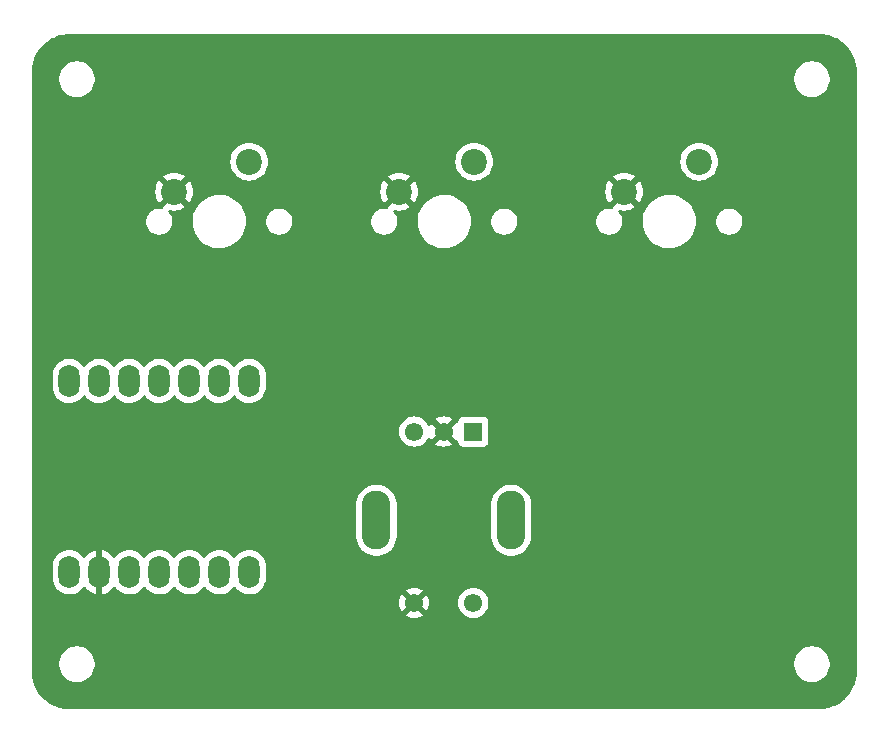
<source format=gbr>
%TF.GenerationSoftware,KiCad,Pcbnew,7.0.7*%
%TF.CreationDate,2023-09-16T11:16:50-05:00*%
%TF.ProjectId,giga_pad,67696761-5f70-4616-942e-6b696361645f,rev?*%
%TF.SameCoordinates,Original*%
%TF.FileFunction,Copper,L1,Top*%
%TF.FilePolarity,Positive*%
%FSLAX46Y46*%
G04 Gerber Fmt 4.6, Leading zero omitted, Abs format (unit mm)*
G04 Created by KiCad (PCBNEW 7.0.7) date 2023-09-16 11:16:50*
%MOMM*%
%LPD*%
G01*
G04 APERTURE LIST*
G04 Aperture macros list*
%AMRoundRect*
0 Rectangle with rounded corners*
0 $1 Rounding radius*
0 $2 $3 $4 $5 $6 $7 $8 $9 X,Y pos of 4 corners*
0 Add a 4 corners polygon primitive as box body*
4,1,4,$2,$3,$4,$5,$6,$7,$8,$9,$2,$3,0*
0 Add four circle primitives for the rounded corners*
1,1,$1+$1,$2,$3*
1,1,$1+$1,$4,$5*
1,1,$1+$1,$6,$7*
1,1,$1+$1,$8,$9*
0 Add four rect primitives between the rounded corners*
20,1,$1+$1,$2,$3,$4,$5,0*
20,1,$1+$1,$4,$5,$6,$7,0*
20,1,$1+$1,$6,$7,$8,$9,0*
20,1,$1+$1,$8,$9,$2,$3,0*%
G04 Aperture macros list end*
%TA.AperFunction,ComponentPad*%
%ADD10C,2.200000*%
%TD*%
%TA.AperFunction,ComponentPad*%
%ADD11C,1.550000*%
%TD*%
%TA.AperFunction,ComponentPad*%
%ADD12RoundRect,1.200000X0.000000X1.300000X0.000000X1.300000X0.000000X-1.300000X0.000000X-1.300000X0*%
%TD*%
%TA.AperFunction,ComponentPad*%
%ADD13R,1.550000X1.550000*%
%TD*%
%TA.AperFunction,ComponentPad*%
%ADD14O,1.800000X2.750000*%
%TD*%
G04 APERTURE END LIST*
D10*
%TO.P,SW2,1,1*%
%TO.N,SW_2*%
X124460000Y-47625000D03*
%TO.P,SW2,2,2*%
%TO.N,GND*%
X118110000Y-50165000D03*
%TD*%
%TO.P,SW3,1,1*%
%TO.N,SW_3*%
X105410000Y-47625000D03*
%TO.P,SW3,2,2*%
%TO.N,GND*%
X99060000Y-50165000D03*
%TD*%
%TO.P,SW4,1,1*%
%TO.N,SW_4*%
X86360000Y-47625000D03*
%TO.P,SW4,2,2*%
%TO.N,GND*%
X80010000Y-50165000D03*
%TD*%
D11*
%TO.P,SW1,1,1*%
%TO.N,ROT_SW*%
X105330000Y-84985000D03*
%TO.P,SW1,2,2*%
%TO.N,GND*%
X100330000Y-84985000D03*
D12*
%TO.P,SW1,3*%
%TO.N,N/C*%
X108530000Y-77985000D03*
%TO.P,SW1,4*%
X97130000Y-77985000D03*
D13*
%TO.P,SW1,A,A*%
%TO.N,ROT_A*%
X105330000Y-70485000D03*
D11*
%TO.P,SW1,B,B*%
%TO.N,ROT_B*%
X100330000Y-70485000D03*
%TO.P,SW1,C,C*%
%TO.N,GND*%
X102830000Y-70485000D03*
%TD*%
D14*
%TO.P,U1,1,PA02_A0_D0*%
%TO.N,ROT_SW*%
X71120000Y-66200000D03*
%TO.P,U1,2,PA4_A1_D1*%
%TO.N,ROT_A*%
X73660000Y-66200000D03*
%TO.P,U1,3,PA10_A2_D2*%
%TO.N,ROT_B*%
X76200000Y-66200000D03*
%TO.P,U1,4,PA11_A3_D3*%
%TO.N,SW_2*%
X78740000Y-66200000D03*
%TO.P,U1,5,PA8_A4_D4_SDA*%
%TO.N,SW_3*%
X81280000Y-66200000D03*
%TO.P,U1,6,PA9_A5_D5_SCL*%
%TO.N,SW_4*%
X83820000Y-66200000D03*
%TO.P,U1,7,PB08_A6_D6_TX*%
%TO.N,unconnected-(U1-PB08_A6_D6_TX-Pad7)*%
X86360000Y-66200000D03*
%TO.P,U1,8,PB09_A7_D7_RX*%
%TO.N,unconnected-(U1-PB09_A7_D7_RX-Pad8)*%
X86360000Y-82390000D03*
%TO.P,U1,9,PA7_A8_D8_SCK*%
%TO.N,unconnected-(U1-PA7_A8_D8_SCK-Pad9)*%
X83820000Y-82390000D03*
%TO.P,U1,10,PA5_A9_D9_MISO*%
%TO.N,unconnected-(U1-PA5_A9_D9_MISO-Pad10)*%
X81280000Y-82390000D03*
%TO.P,U1,11,PA6_A10_D10_MOSI*%
%TO.N,unconnected-(U1-PA6_A10_D10_MOSI-Pad11)*%
X78740000Y-82390000D03*
%TO.P,U1,12,3V3*%
%TO.N,unconnected-(U1-3V3-Pad12)*%
X76200000Y-82390000D03*
%TO.P,U1,13,GND*%
%TO.N,GND*%
X73660000Y-82390000D03*
%TO.P,U1,14,5V*%
%TO.N,unconnected-(U1-5V-Pad14)*%
X71120000Y-82390000D03*
%TD*%
%TA.AperFunction,Conductor*%
%TO.N,GND*%
G36*
X134621620Y-36830584D02*
G01*
X134753351Y-36837488D01*
X134956006Y-36848869D01*
X134962186Y-36849530D01*
X135064042Y-36865663D01*
X135120727Y-36874642D01*
X135253232Y-36897154D01*
X135295876Y-36904400D01*
X135301525Y-36905633D01*
X135461701Y-36948552D01*
X135627734Y-36996386D01*
X135632742Y-36998065D01*
X135788940Y-37058024D01*
X135789689Y-37058312D01*
X135947619Y-37123729D01*
X135952042Y-37125768D01*
X136102931Y-37202649D01*
X136251880Y-37284970D01*
X136255627Y-37287219D01*
X136398351Y-37379905D01*
X136536852Y-37478177D01*
X136539977Y-37480548D01*
X136671463Y-37587024D01*
X136673759Y-37588977D01*
X136799267Y-37701137D01*
X136801795Y-37703527D01*
X136921471Y-37823203D01*
X136923861Y-37825731D01*
X137036021Y-37951239D01*
X137037974Y-37953535D01*
X137144450Y-38085021D01*
X137146829Y-38088157D01*
X137146833Y-38088163D01*
X137245096Y-38226651D01*
X137275277Y-38273125D01*
X137337768Y-38369352D01*
X137340035Y-38373130D01*
X137422349Y-38522066D01*
X137499231Y-38672956D01*
X137501269Y-38677378D01*
X137566687Y-38835310D01*
X137626925Y-38992234D01*
X137628621Y-38997292D01*
X137676456Y-39163334D01*
X137719362Y-39323462D01*
X137720599Y-39329126D01*
X137750357Y-39504272D01*
X137775464Y-39662783D01*
X137776130Y-39669010D01*
X137787517Y-39871758D01*
X137794415Y-40003377D01*
X137794500Y-40006623D01*
X137794500Y-90803376D01*
X137794415Y-90806622D01*
X137787517Y-90938241D01*
X137776130Y-91140988D01*
X137775464Y-91147215D01*
X137750357Y-91305727D01*
X137720599Y-91480872D01*
X137719362Y-91486536D01*
X137676456Y-91646665D01*
X137628620Y-91812706D01*
X137626925Y-91817763D01*
X137566687Y-91974689D01*
X137501269Y-92132620D01*
X137499231Y-92137041D01*
X137422349Y-92287933D01*
X137340035Y-92436868D01*
X137337768Y-92440646D01*
X137245099Y-92583344D01*
X137146833Y-92721836D01*
X137144450Y-92724977D01*
X137037974Y-92856463D01*
X137036021Y-92858759D01*
X136923861Y-92984267D01*
X136921471Y-92986795D01*
X136801795Y-93106471D01*
X136799267Y-93108861D01*
X136673759Y-93221021D01*
X136671463Y-93222974D01*
X136539977Y-93329450D01*
X136536836Y-93331833D01*
X136398344Y-93430099D01*
X136255646Y-93522768D01*
X136251868Y-93525035D01*
X136102933Y-93607349D01*
X135952041Y-93684231D01*
X135947620Y-93686269D01*
X135789689Y-93751687D01*
X135632763Y-93811925D01*
X135627706Y-93813620D01*
X135461665Y-93861456D01*
X135301536Y-93904362D01*
X135295872Y-93905599D01*
X135120727Y-93935357D01*
X134962215Y-93960464D01*
X134955988Y-93961130D01*
X134753242Y-93972517D01*
X134651979Y-93977824D01*
X134621620Y-93979415D01*
X134618377Y-93979500D01*
X71121623Y-93979500D01*
X71118379Y-93979415D01*
X71088020Y-93977824D01*
X70986758Y-93972517D01*
X70784010Y-93961130D01*
X70777783Y-93960464D01*
X70619272Y-93935357D01*
X70444126Y-93905599D01*
X70438462Y-93904362D01*
X70278334Y-93861456D01*
X70112292Y-93813621D01*
X70107234Y-93811925D01*
X69950310Y-93751687D01*
X69792378Y-93686269D01*
X69787956Y-93684231D01*
X69637066Y-93607349D01*
X69488130Y-93525035D01*
X69484352Y-93522768D01*
X69341651Y-93430096D01*
X69203162Y-93331833D01*
X69200021Y-93329450D01*
X69068535Y-93222974D01*
X69066239Y-93221021D01*
X68940731Y-93108861D01*
X68938203Y-93106471D01*
X68818527Y-92986795D01*
X68816137Y-92984267D01*
X68703977Y-92858759D01*
X68702024Y-92856463D01*
X68595548Y-92724977D01*
X68593177Y-92721852D01*
X68494905Y-92583351D01*
X68402219Y-92440627D01*
X68399970Y-92436880D01*
X68317649Y-92287931D01*
X68240768Y-92137042D01*
X68238729Y-92132619D01*
X68173312Y-91974689D01*
X68161746Y-91944559D01*
X68113065Y-91817742D01*
X68111386Y-91812734D01*
X68063552Y-91646701D01*
X68020633Y-91486525D01*
X68019399Y-91480871D01*
X67989642Y-91305727D01*
X67971271Y-91189744D01*
X67964530Y-91147186D01*
X67963869Y-91141006D01*
X67952488Y-90938351D01*
X67945584Y-90806620D01*
X67945500Y-90803378D01*
X67945500Y-90294334D01*
X70254500Y-90294334D01*
X70295429Y-90539616D01*
X70376169Y-90774802D01*
X70376172Y-90774811D01*
X70494524Y-90993506D01*
X70494526Y-90993509D01*
X70647262Y-91189744D01*
X70773253Y-91305727D01*
X70830217Y-91358166D01*
X71038393Y-91494173D01*
X71266118Y-91594063D01*
X71507175Y-91655107D01*
X71507179Y-91655108D01*
X71507181Y-91655108D01*
X71507186Y-91655109D01*
X71640376Y-91666145D01*
X71692933Y-91670500D01*
X71692935Y-91670500D01*
X71817065Y-91670500D01*
X71817067Y-91670500D01*
X71878284Y-91665427D01*
X72002813Y-91655109D01*
X72002816Y-91655108D01*
X72002821Y-91655108D01*
X72243881Y-91594063D01*
X72471607Y-91494173D01*
X72679785Y-91358164D01*
X72862738Y-91189744D01*
X73015474Y-90993509D01*
X73133828Y-90774810D01*
X73214571Y-90539614D01*
X73255500Y-90294335D01*
X73255500Y-90294334D01*
X132484500Y-90294334D01*
X132525429Y-90539616D01*
X132606169Y-90774802D01*
X132606172Y-90774811D01*
X132724524Y-90993506D01*
X132724526Y-90993509D01*
X132877262Y-91189744D01*
X133003253Y-91305727D01*
X133060217Y-91358166D01*
X133268393Y-91494173D01*
X133496118Y-91594063D01*
X133737175Y-91655107D01*
X133737179Y-91655108D01*
X133737181Y-91655108D01*
X133737186Y-91655109D01*
X133870376Y-91666145D01*
X133922933Y-91670500D01*
X133922935Y-91670500D01*
X134047065Y-91670500D01*
X134047067Y-91670500D01*
X134108284Y-91665427D01*
X134232813Y-91655109D01*
X134232816Y-91655108D01*
X134232821Y-91655108D01*
X134473881Y-91594063D01*
X134701607Y-91494173D01*
X134909785Y-91358164D01*
X135092738Y-91189744D01*
X135245474Y-90993509D01*
X135363828Y-90774810D01*
X135444571Y-90539614D01*
X135485500Y-90294335D01*
X135485500Y-90045665D01*
X135444571Y-89800386D01*
X135363828Y-89565190D01*
X135245474Y-89346491D01*
X135092738Y-89150256D01*
X134909785Y-88981836D01*
X134909782Y-88981833D01*
X134701606Y-88845826D01*
X134473881Y-88745936D01*
X134232824Y-88684892D01*
X134232813Y-88684890D01*
X134067548Y-88671197D01*
X134047067Y-88669500D01*
X133922933Y-88669500D01*
X133903521Y-88671108D01*
X133737186Y-88684890D01*
X133737175Y-88684892D01*
X133496118Y-88745936D01*
X133268393Y-88845826D01*
X133060217Y-88981833D01*
X132877261Y-89150257D01*
X132724524Y-89346493D01*
X132606172Y-89565188D01*
X132606169Y-89565197D01*
X132525429Y-89800383D01*
X132484500Y-90045665D01*
X132484500Y-90294334D01*
X73255500Y-90294334D01*
X73255500Y-90045665D01*
X73214571Y-89800386D01*
X73133828Y-89565190D01*
X73015474Y-89346491D01*
X72862738Y-89150256D01*
X72679785Y-88981836D01*
X72679782Y-88981833D01*
X72471606Y-88845826D01*
X72243881Y-88745936D01*
X72002824Y-88684892D01*
X72002813Y-88684890D01*
X71837548Y-88671197D01*
X71817067Y-88669500D01*
X71692933Y-88669500D01*
X71673521Y-88671108D01*
X71507186Y-88684890D01*
X71507175Y-88684892D01*
X71266118Y-88745936D01*
X71038393Y-88845826D01*
X70830217Y-88981833D01*
X70647261Y-89150257D01*
X70494524Y-89346493D01*
X70376172Y-89565188D01*
X70376169Y-89565197D01*
X70295429Y-89800383D01*
X70254500Y-90045665D01*
X70254500Y-90294334D01*
X67945500Y-90294334D01*
X67945500Y-84985001D01*
X99050130Y-84985001D01*
X99069573Y-85207241D01*
X99069574Y-85207248D01*
X99127314Y-85422736D01*
X99127318Y-85422747D01*
X99221600Y-85624935D01*
X99221601Y-85624937D01*
X99268923Y-85692521D01*
X99268924Y-85692522D01*
X99721050Y-85240395D01*
X99782373Y-85206910D01*
X99852064Y-85211894D01*
X99907998Y-85253765D01*
X99913039Y-85261025D01*
X99913048Y-85261039D01*
X99948239Y-85315798D01*
X100063602Y-85415759D01*
X100061293Y-85418422D01*
X100096006Y-85458499D01*
X100105935Y-85527660D01*
X100076898Y-85591210D01*
X100070882Y-85597669D01*
X99622476Y-86046074D01*
X99622477Y-86046075D01*
X99690062Y-86093398D01*
X99690064Y-86093399D01*
X99892252Y-86187681D01*
X99892263Y-86187685D01*
X100107751Y-86245425D01*
X100107758Y-86245426D01*
X100329998Y-86264870D01*
X100330002Y-86264870D01*
X100552241Y-86245426D01*
X100552248Y-86245425D01*
X100767736Y-86187685D01*
X100767747Y-86187681D01*
X100969931Y-86093401D01*
X100969933Y-86093400D01*
X101037522Y-86046074D01*
X100589116Y-85597669D01*
X100555631Y-85536346D01*
X100560615Y-85466655D01*
X100597640Y-85417193D01*
X100596398Y-85415759D01*
X100603100Y-85409952D01*
X100711761Y-85315798D01*
X100746954Y-85261037D01*
X100799755Y-85215283D01*
X100868914Y-85205339D01*
X100932470Y-85234363D01*
X100938949Y-85240396D01*
X101391074Y-85692522D01*
X101438400Y-85624933D01*
X101438401Y-85624931D01*
X101532681Y-85422747D01*
X101532685Y-85422736D01*
X101590425Y-85207248D01*
X101590426Y-85207241D01*
X101609870Y-84985001D01*
X101609870Y-84985000D01*
X104049628Y-84985000D01*
X104069079Y-85207329D01*
X104069081Y-85207339D01*
X104126841Y-85422905D01*
X104126843Y-85422909D01*
X104126844Y-85422913D01*
X104221165Y-85625186D01*
X104349178Y-85808007D01*
X104506993Y-85965822D01*
X104689814Y-86093835D01*
X104892087Y-86188156D01*
X105107666Y-86245920D01*
X105285533Y-86261481D01*
X105329999Y-86265372D01*
X105330000Y-86265372D01*
X105330001Y-86265372D01*
X105367055Y-86262130D01*
X105552334Y-86245920D01*
X105767913Y-86188156D01*
X105970186Y-86093835D01*
X106153007Y-85965822D01*
X106310822Y-85808007D01*
X106438835Y-85625186D01*
X106533156Y-85422913D01*
X106590920Y-85207334D01*
X106610372Y-84985000D01*
X106590920Y-84762666D01*
X106533156Y-84547087D01*
X106438835Y-84344814D01*
X106310822Y-84161993D01*
X106153007Y-84004178D01*
X105970186Y-83876165D01*
X105767913Y-83781844D01*
X105767909Y-83781843D01*
X105767905Y-83781841D01*
X105552339Y-83724081D01*
X105552329Y-83724079D01*
X105330001Y-83704628D01*
X105329999Y-83704628D01*
X105107670Y-83724079D01*
X105107660Y-83724081D01*
X104892094Y-83781841D01*
X104892087Y-83781843D01*
X104892087Y-83781844D01*
X104689814Y-83876165D01*
X104506993Y-84004178D01*
X104506991Y-84004179D01*
X104506988Y-84004182D01*
X104349182Y-84161988D01*
X104349179Y-84161991D01*
X104349178Y-84161993D01*
X104281127Y-84259180D01*
X104221165Y-84344814D01*
X104126845Y-84547085D01*
X104126841Y-84547094D01*
X104069081Y-84762660D01*
X104069079Y-84762670D01*
X104049628Y-84984999D01*
X104049628Y-84985000D01*
X101609870Y-84985000D01*
X101609870Y-84984998D01*
X101590426Y-84762758D01*
X101590425Y-84762751D01*
X101532685Y-84547263D01*
X101532681Y-84547252D01*
X101438399Y-84345064D01*
X101438398Y-84345062D01*
X101391075Y-84277477D01*
X101391074Y-84277476D01*
X100938949Y-84729602D01*
X100877626Y-84763087D01*
X100807934Y-84758103D01*
X100752001Y-84716231D01*
X100746953Y-84708961D01*
X100711761Y-84654202D01*
X100596398Y-84554241D01*
X100598708Y-84551574D01*
X100564005Y-84511528D01*
X100554058Y-84442370D01*
X100583080Y-84378813D01*
X100589116Y-84372330D01*
X101037522Y-83923924D01*
X101037521Y-83923923D01*
X100969937Y-83876601D01*
X100969935Y-83876600D01*
X100767747Y-83782318D01*
X100767736Y-83782314D01*
X100552248Y-83724574D01*
X100552241Y-83724573D01*
X100330002Y-83705130D01*
X100329998Y-83705130D01*
X100107758Y-83724573D01*
X100107751Y-83724574D01*
X99892263Y-83782314D01*
X99892252Y-83782318D01*
X99690066Y-83876598D01*
X99622477Y-83923924D01*
X100070883Y-84372330D01*
X100104368Y-84433653D01*
X100099384Y-84503345D01*
X100062357Y-84552805D01*
X100063602Y-84554241D01*
X99948238Y-84654202D01*
X99913046Y-84708962D01*
X99860242Y-84754717D01*
X99791083Y-84764660D01*
X99727528Y-84735634D01*
X99721050Y-84729603D01*
X99268924Y-84277477D01*
X99221598Y-84345066D01*
X99127318Y-84547252D01*
X99127314Y-84547263D01*
X99069574Y-84762751D01*
X99069573Y-84762758D01*
X99050130Y-84984998D01*
X99050130Y-84985001D01*
X67945500Y-84985001D01*
X67945500Y-82924502D01*
X69719500Y-82924502D01*
X69734652Y-83102536D01*
X69794724Y-83333248D01*
X69892919Y-83550480D01*
X69892924Y-83550488D01*
X70026413Y-83747993D01*
X70026418Y-83747998D01*
X70026421Y-83748003D01*
X70191379Y-83920118D01*
X70383053Y-84061879D01*
X70595926Y-84169207D01*
X70823877Y-84239016D01*
X71060346Y-84269298D01*
X71298532Y-84259180D01*
X71531581Y-84208954D01*
X71752790Y-84120064D01*
X71955795Y-83995069D01*
X72134755Y-83837564D01*
X72284523Y-83652080D01*
X72284798Y-83651586D01*
X72284971Y-83651416D01*
X72287472Y-83647717D01*
X72288224Y-83648225D01*
X72334672Y-83602656D01*
X72403084Y-83588456D01*
X72468312Y-83613497D01*
X72495793Y-83642612D01*
X72566815Y-83747692D01*
X72731706Y-83919736D01*
X72923316Y-84061450D01*
X73136115Y-84168741D01*
X73363987Y-84238526D01*
X73363985Y-84238526D01*
X73410000Y-84244418D01*
X73410000Y-82527301D01*
X73429685Y-82460262D01*
X73482489Y-82414507D01*
X73551647Y-82404563D01*
X73624237Y-82415000D01*
X73624238Y-82415000D01*
X73695762Y-82415000D01*
X73695763Y-82415000D01*
X73768353Y-82404563D01*
X73837512Y-82414507D01*
X73890315Y-82460262D01*
X73910000Y-82527301D01*
X73910000Y-84243264D01*
X74071434Y-84208473D01*
X74292562Y-84119616D01*
X74495494Y-83994666D01*
X74674389Y-83837219D01*
X74674396Y-83837213D01*
X74824102Y-83651805D01*
X74824104Y-83651803D01*
X74824210Y-83651614D01*
X74824275Y-83651549D01*
X74827056Y-83647436D01*
X74827892Y-83648001D01*
X74874084Y-83602682D01*
X74942495Y-83588481D01*
X75007724Y-83613520D01*
X75035206Y-83642638D01*
X75106413Y-83747992D01*
X75106414Y-83747993D01*
X75106421Y-83748003D01*
X75271379Y-83920118D01*
X75463053Y-84061879D01*
X75675926Y-84169207D01*
X75903877Y-84239016D01*
X76140346Y-84269298D01*
X76378532Y-84259180D01*
X76611581Y-84208954D01*
X76832790Y-84120064D01*
X77035795Y-83995069D01*
X77214755Y-83837564D01*
X77364523Y-83652080D01*
X77364529Y-83652070D01*
X77367472Y-83647717D01*
X77368357Y-83648315D01*
X77414401Y-83603144D01*
X77482813Y-83588945D01*
X77548041Y-83613987D01*
X77575520Y-83643102D01*
X77646413Y-83747993D01*
X77646418Y-83747998D01*
X77646421Y-83748003D01*
X77811379Y-83920118D01*
X78003053Y-84061879D01*
X78215926Y-84169207D01*
X78443877Y-84239016D01*
X78680346Y-84269298D01*
X78918532Y-84259180D01*
X79151581Y-84208954D01*
X79372790Y-84120064D01*
X79575795Y-83995069D01*
X79754755Y-83837564D01*
X79904523Y-83652080D01*
X79904529Y-83652070D01*
X79907472Y-83647717D01*
X79908357Y-83648315D01*
X79954401Y-83603144D01*
X80022813Y-83588945D01*
X80088041Y-83613987D01*
X80115520Y-83643102D01*
X80186413Y-83747993D01*
X80186418Y-83747998D01*
X80186421Y-83748003D01*
X80351379Y-83920118D01*
X80543053Y-84061879D01*
X80755926Y-84169207D01*
X80983877Y-84239016D01*
X81220346Y-84269298D01*
X81458532Y-84259180D01*
X81691581Y-84208954D01*
X81912790Y-84120064D01*
X82115795Y-83995069D01*
X82294755Y-83837564D01*
X82444523Y-83652080D01*
X82444529Y-83652070D01*
X82447472Y-83647717D01*
X82448357Y-83648315D01*
X82494401Y-83603144D01*
X82562813Y-83588945D01*
X82628041Y-83613987D01*
X82655520Y-83643102D01*
X82726413Y-83747993D01*
X82726418Y-83747998D01*
X82726421Y-83748003D01*
X82891379Y-83920118D01*
X83083053Y-84061879D01*
X83295926Y-84169207D01*
X83523877Y-84239016D01*
X83760346Y-84269298D01*
X83998532Y-84259180D01*
X84231581Y-84208954D01*
X84452790Y-84120064D01*
X84655795Y-83995069D01*
X84834755Y-83837564D01*
X84984523Y-83652080D01*
X84984529Y-83652070D01*
X84987472Y-83647717D01*
X84988357Y-83648315D01*
X85034401Y-83603144D01*
X85102813Y-83588945D01*
X85168041Y-83613987D01*
X85195520Y-83643102D01*
X85266413Y-83747993D01*
X85266418Y-83747998D01*
X85266421Y-83748003D01*
X85431379Y-83920118D01*
X85623053Y-84061879D01*
X85835926Y-84169207D01*
X86063877Y-84239016D01*
X86300346Y-84269298D01*
X86538532Y-84259180D01*
X86771581Y-84208954D01*
X86992790Y-84120064D01*
X87195795Y-83995069D01*
X87374755Y-83837564D01*
X87524523Y-83652080D01*
X87640790Y-83443954D01*
X87720211Y-83219171D01*
X87740210Y-83102536D01*
X87760499Y-82984209D01*
X87760499Y-82984205D01*
X87760500Y-82984200D01*
X87760500Y-81855503D01*
X87754045Y-81779669D01*
X87745347Y-81677463D01*
X87685275Y-81446751D01*
X87587080Y-81229519D01*
X87587075Y-81229511D01*
X87453586Y-81032006D01*
X87453582Y-81032001D01*
X87453579Y-81031997D01*
X87288621Y-80859882D01*
X87281149Y-80854356D01*
X87187824Y-80785333D01*
X87096947Y-80718121D01*
X86884074Y-80610793D01*
X86754283Y-80571045D01*
X86656121Y-80540983D01*
X86419647Y-80510701D01*
X86181471Y-80520819D01*
X86181467Y-80520819D01*
X85948419Y-80571045D01*
X85727211Y-80659935D01*
X85524203Y-80784932D01*
X85345245Y-80942435D01*
X85195471Y-81127928D01*
X85195458Y-81127952D01*
X85195449Y-81127960D01*
X85192522Y-81132291D01*
X85191640Y-81131695D01*
X85145570Y-81176870D01*
X85077154Y-81191051D01*
X85011933Y-81165993D01*
X84984479Y-81136897D01*
X84913586Y-81032006D01*
X84913582Y-81032001D01*
X84913579Y-81031997D01*
X84748621Y-80859882D01*
X84741149Y-80854356D01*
X84647824Y-80785333D01*
X84556947Y-80718121D01*
X84344074Y-80610793D01*
X84214283Y-80571045D01*
X84116121Y-80540983D01*
X83879647Y-80510701D01*
X83641471Y-80520819D01*
X83641467Y-80520819D01*
X83408419Y-80571045D01*
X83187211Y-80659935D01*
X82984203Y-80784932D01*
X82805245Y-80942435D01*
X82655471Y-81127928D01*
X82655458Y-81127952D01*
X82655449Y-81127960D01*
X82652522Y-81132291D01*
X82651640Y-81131695D01*
X82605570Y-81176870D01*
X82537154Y-81191051D01*
X82471933Y-81165993D01*
X82444479Y-81136897D01*
X82373586Y-81032006D01*
X82373582Y-81032001D01*
X82373579Y-81031997D01*
X82208621Y-80859882D01*
X82201149Y-80854356D01*
X82107824Y-80785333D01*
X82016947Y-80718121D01*
X81804074Y-80610793D01*
X81674283Y-80571045D01*
X81576121Y-80540983D01*
X81339647Y-80510701D01*
X81101471Y-80520819D01*
X81101467Y-80520819D01*
X80868419Y-80571045D01*
X80647211Y-80659935D01*
X80444203Y-80784932D01*
X80265245Y-80942435D01*
X80115471Y-81127928D01*
X80115458Y-81127952D01*
X80115449Y-81127960D01*
X80112522Y-81132291D01*
X80111640Y-81131695D01*
X80065570Y-81176870D01*
X79997154Y-81191051D01*
X79931933Y-81165993D01*
X79904479Y-81136897D01*
X79833586Y-81032006D01*
X79833582Y-81032001D01*
X79833579Y-81031997D01*
X79668621Y-80859882D01*
X79661149Y-80854356D01*
X79567824Y-80785333D01*
X79476947Y-80718121D01*
X79264074Y-80610793D01*
X79134283Y-80571045D01*
X79036121Y-80540983D01*
X78799647Y-80510701D01*
X78561471Y-80520819D01*
X78561467Y-80520819D01*
X78328419Y-80571045D01*
X78107211Y-80659935D01*
X77904203Y-80784932D01*
X77725245Y-80942435D01*
X77575471Y-81127928D01*
X77575458Y-81127952D01*
X77575449Y-81127960D01*
X77572522Y-81132291D01*
X77571640Y-81131695D01*
X77525570Y-81176870D01*
X77457154Y-81191051D01*
X77391933Y-81165993D01*
X77364479Y-81136897D01*
X77293586Y-81032006D01*
X77293582Y-81032001D01*
X77293579Y-81031997D01*
X77128621Y-80859882D01*
X77121149Y-80854356D01*
X77027824Y-80785333D01*
X76936947Y-80718121D01*
X76724074Y-80610793D01*
X76594283Y-80571045D01*
X76496121Y-80540983D01*
X76259647Y-80510701D01*
X76021471Y-80520819D01*
X76021467Y-80520819D01*
X75788419Y-80571045D01*
X75567211Y-80659935D01*
X75364203Y-80784932D01*
X75185245Y-80942435D01*
X75035471Y-81127928D01*
X75035187Y-81128437D01*
X75035009Y-81128610D01*
X75032522Y-81132291D01*
X75031773Y-81131784D01*
X74985301Y-81177357D01*
X74916886Y-81191541D01*
X74851664Y-81166485D01*
X74824206Y-81137386D01*
X74753187Y-81032311D01*
X74753185Y-81032309D01*
X74588293Y-80860263D01*
X74396683Y-80718549D01*
X74183884Y-80611257D01*
X73956013Y-80541473D01*
X73956016Y-80541473D01*
X73909999Y-80535581D01*
X73909999Y-81302698D01*
X73890314Y-81369737D01*
X73837510Y-81415492D01*
X73768353Y-81425436D01*
X73695764Y-81415000D01*
X73695763Y-81415000D01*
X73624237Y-81415000D01*
X73624233Y-81415000D01*
X73551645Y-81425436D01*
X73482487Y-81415492D01*
X73429684Y-81369736D01*
X73410000Y-81302698D01*
X73410000Y-80536734D01*
X73409999Y-80536734D01*
X73248566Y-80571525D01*
X73027437Y-80660383D01*
X72824505Y-80785333D01*
X72645610Y-80942780D01*
X72495893Y-81128201D01*
X72495885Y-81128213D01*
X72495770Y-81128420D01*
X72495698Y-81128490D01*
X72492945Y-81132564D01*
X72492115Y-81132003D01*
X72445881Y-81177337D01*
X72377465Y-81191516D01*
X72312244Y-81166456D01*
X72284793Y-81137362D01*
X72213579Y-81031997D01*
X72048621Y-80859882D01*
X72041149Y-80854356D01*
X71947824Y-80785333D01*
X71856947Y-80718121D01*
X71644074Y-80610793D01*
X71514283Y-80571045D01*
X71416121Y-80540983D01*
X71179647Y-80510701D01*
X70941471Y-80520819D01*
X70941467Y-80520819D01*
X70708419Y-80571045D01*
X70487211Y-80659935D01*
X70284203Y-80784932D01*
X70105245Y-80942435D01*
X70032676Y-81032311D01*
X69955477Y-81127920D01*
X69953196Y-81132003D01*
X69839210Y-81336044D01*
X69759788Y-81560829D01*
X69719500Y-81795790D01*
X69719500Y-82924502D01*
X67945500Y-82924502D01*
X67945500Y-79389410D01*
X95429500Y-79389410D01*
X95432313Y-79448104D01*
X95477107Y-79705343D01*
X95560643Y-79952730D01*
X95665450Y-80154587D01*
X95680966Y-80184470D01*
X95835244Y-80395113D01*
X95835248Y-80395118D01*
X96019881Y-80579751D01*
X96019886Y-80579755D01*
X96230529Y-80734033D01*
X96230532Y-80734034D01*
X96230534Y-80734036D01*
X96462270Y-80854357D01*
X96709657Y-80937893D01*
X96966896Y-80982687D01*
X97020867Y-80985273D01*
X97025588Y-80985500D01*
X97025590Y-80985500D01*
X97234412Y-80985500D01*
X97238950Y-80985282D01*
X97293104Y-80982687D01*
X97550343Y-80937893D01*
X97797730Y-80854357D01*
X98029466Y-80734036D01*
X98240119Y-80579751D01*
X98424751Y-80395119D01*
X98579036Y-80184466D01*
X98699357Y-79952730D01*
X98782893Y-79705343D01*
X98827687Y-79448104D01*
X98830500Y-79389410D01*
X106829500Y-79389410D01*
X106832313Y-79448104D01*
X106877107Y-79705343D01*
X106960643Y-79952730D01*
X107065450Y-80154587D01*
X107080966Y-80184470D01*
X107235244Y-80395113D01*
X107235248Y-80395118D01*
X107419881Y-80579751D01*
X107419886Y-80579755D01*
X107630529Y-80734033D01*
X107630532Y-80734034D01*
X107630534Y-80734036D01*
X107862270Y-80854357D01*
X108109657Y-80937893D01*
X108366896Y-80982687D01*
X108420867Y-80985273D01*
X108425588Y-80985500D01*
X108425590Y-80985500D01*
X108634412Y-80985500D01*
X108638950Y-80985282D01*
X108693104Y-80982687D01*
X108950343Y-80937893D01*
X109197730Y-80854357D01*
X109429466Y-80734036D01*
X109640119Y-80579751D01*
X109824751Y-80395119D01*
X109979036Y-80184466D01*
X110099357Y-79952730D01*
X110182893Y-79705343D01*
X110227687Y-79448104D01*
X110230500Y-79389410D01*
X110230500Y-76580590D01*
X110227687Y-76521896D01*
X110182893Y-76264657D01*
X110099357Y-76017270D01*
X109979036Y-75785534D01*
X109979034Y-75785532D01*
X109979033Y-75785529D01*
X109824755Y-75574886D01*
X109824751Y-75574881D01*
X109640118Y-75390248D01*
X109640113Y-75390244D01*
X109429470Y-75235966D01*
X109399587Y-75220450D01*
X109197730Y-75115643D01*
X108950343Y-75032107D01*
X108693104Y-74987313D01*
X108657887Y-74985625D01*
X108634412Y-74984500D01*
X108634410Y-74984500D01*
X108425590Y-74984500D01*
X108425588Y-74984500D01*
X108396243Y-74985906D01*
X108366896Y-74987313D01*
X108195403Y-75017175D01*
X108109656Y-75032107D01*
X108109655Y-75032107D01*
X107862270Y-75115643D01*
X107630529Y-75235966D01*
X107419886Y-75390244D01*
X107419881Y-75390248D01*
X107235248Y-75574881D01*
X107235244Y-75574886D01*
X107080966Y-75785529D01*
X106960643Y-76017270D01*
X106877107Y-76264655D01*
X106877107Y-76264656D01*
X106877107Y-76264657D01*
X106832313Y-76521896D01*
X106829500Y-76580590D01*
X106829500Y-79389410D01*
X98830500Y-79389410D01*
X98830500Y-76580590D01*
X98827687Y-76521896D01*
X98782893Y-76264657D01*
X98699357Y-76017270D01*
X98579036Y-75785534D01*
X98579034Y-75785532D01*
X98579033Y-75785529D01*
X98424755Y-75574886D01*
X98424751Y-75574881D01*
X98240118Y-75390248D01*
X98240113Y-75390244D01*
X98029470Y-75235966D01*
X97999587Y-75220450D01*
X97797730Y-75115643D01*
X97550343Y-75032107D01*
X97293104Y-74987313D01*
X97257887Y-74985625D01*
X97234412Y-74984500D01*
X97234410Y-74984500D01*
X97025590Y-74984500D01*
X97025588Y-74984500D01*
X96996243Y-74985906D01*
X96966896Y-74987313D01*
X96795403Y-75017175D01*
X96709656Y-75032107D01*
X96709655Y-75032107D01*
X96462270Y-75115643D01*
X96230529Y-75235966D01*
X96019886Y-75390244D01*
X96019881Y-75390248D01*
X95835248Y-75574881D01*
X95835244Y-75574886D01*
X95680966Y-75785529D01*
X95560643Y-76017270D01*
X95477107Y-76264655D01*
X95477107Y-76264656D01*
X95477107Y-76264657D01*
X95432313Y-76521896D01*
X95429500Y-76580590D01*
X95429500Y-79389410D01*
X67945500Y-79389410D01*
X67945500Y-70485000D01*
X99049628Y-70485000D01*
X99069079Y-70707329D01*
X99069081Y-70707339D01*
X99126841Y-70922905D01*
X99126843Y-70922909D01*
X99126844Y-70922913D01*
X99221165Y-71125186D01*
X99349178Y-71308007D01*
X99506993Y-71465822D01*
X99689814Y-71593835D01*
X99892087Y-71688156D01*
X100107666Y-71745920D01*
X100274291Y-71760498D01*
X100329999Y-71765372D01*
X100330000Y-71765372D01*
X100330001Y-71765372D01*
X100385686Y-71760500D01*
X100552334Y-71745920D01*
X100767913Y-71688156D01*
X100970186Y-71593835D01*
X101153007Y-71465822D01*
X101310822Y-71308007D01*
X101438835Y-71125186D01*
X101467895Y-71062865D01*
X101514066Y-71010428D01*
X101581259Y-70991276D01*
X101648140Y-71011491D01*
X101692658Y-71062868D01*
X101721600Y-71124936D01*
X101721601Y-71124937D01*
X101768923Y-71192521D01*
X101768924Y-71192522D01*
X102221050Y-70740395D01*
X102282373Y-70706910D01*
X102352064Y-70711894D01*
X102407998Y-70753765D01*
X102413039Y-70761025D01*
X102413048Y-70761039D01*
X102448239Y-70815798D01*
X102563602Y-70915759D01*
X102561293Y-70918422D01*
X102596006Y-70958499D01*
X102605935Y-71027660D01*
X102576898Y-71091210D01*
X102570882Y-71097669D01*
X102122476Y-71546074D01*
X102122477Y-71546075D01*
X102190062Y-71593398D01*
X102190064Y-71593399D01*
X102392252Y-71687681D01*
X102392263Y-71687685D01*
X102607751Y-71745425D01*
X102607758Y-71745426D01*
X102829998Y-71764870D01*
X102830002Y-71764870D01*
X103052241Y-71745426D01*
X103052248Y-71745425D01*
X103267736Y-71687685D01*
X103267747Y-71687681D01*
X103469931Y-71593401D01*
X103469933Y-71593400D01*
X103537522Y-71546074D01*
X103089116Y-71097669D01*
X103055631Y-71036346D01*
X103060615Y-70966655D01*
X103097640Y-70917193D01*
X103096398Y-70915759D01*
X103103100Y-70909952D01*
X103211761Y-70815798D01*
X103246954Y-70761037D01*
X103299755Y-70715283D01*
X103368914Y-70705339D01*
X103432470Y-70734363D01*
X103438949Y-70740396D01*
X103891074Y-71192522D01*
X103919818Y-71190007D01*
X103988318Y-71203773D01*
X104038501Y-71252388D01*
X104053779Y-71304610D01*
X104054146Y-71304571D01*
X104054365Y-71306613D01*
X104054448Y-71306895D01*
X104054499Y-71307863D01*
X104060908Y-71367483D01*
X104111202Y-71502328D01*
X104111206Y-71502335D01*
X104197452Y-71617544D01*
X104197455Y-71617547D01*
X104312664Y-71703793D01*
X104312671Y-71703797D01*
X104447517Y-71754091D01*
X104447516Y-71754091D01*
X104454444Y-71754835D01*
X104507127Y-71760500D01*
X106152872Y-71760499D01*
X106212483Y-71754091D01*
X106347331Y-71703796D01*
X106462546Y-71617546D01*
X106548796Y-71502331D01*
X106599091Y-71367483D01*
X106605500Y-71307873D01*
X106605499Y-69662128D01*
X106599091Y-69602517D01*
X106562414Y-69504182D01*
X106548797Y-69467671D01*
X106548793Y-69467664D01*
X106462547Y-69352455D01*
X106462544Y-69352452D01*
X106347335Y-69266206D01*
X106347328Y-69266202D01*
X106212482Y-69215908D01*
X106212483Y-69215908D01*
X106152883Y-69209501D01*
X106152881Y-69209500D01*
X106152873Y-69209500D01*
X106152864Y-69209500D01*
X104507129Y-69209500D01*
X104507123Y-69209501D01*
X104447516Y-69215908D01*
X104312671Y-69266202D01*
X104312664Y-69266206D01*
X104197455Y-69352452D01*
X104197452Y-69352455D01*
X104111206Y-69467664D01*
X104111202Y-69467671D01*
X104060908Y-69602517D01*
X104054500Y-69662125D01*
X104054446Y-69663130D01*
X104054368Y-69663349D01*
X104054145Y-69665428D01*
X104053653Y-69665375D01*
X104031185Y-69729014D01*
X103975997Y-69771864D01*
X103919818Y-69779991D01*
X103891074Y-69777476D01*
X103438949Y-70229602D01*
X103377626Y-70263087D01*
X103307934Y-70258103D01*
X103252001Y-70216231D01*
X103246953Y-70208961D01*
X103211761Y-70154202D01*
X103096398Y-70054241D01*
X103098708Y-70051574D01*
X103064005Y-70011528D01*
X103054058Y-69942370D01*
X103083080Y-69878813D01*
X103089116Y-69872330D01*
X103537522Y-69423924D01*
X103537521Y-69423923D01*
X103469937Y-69376601D01*
X103469935Y-69376600D01*
X103267747Y-69282318D01*
X103267736Y-69282314D01*
X103052248Y-69224574D01*
X103052241Y-69224573D01*
X102830002Y-69205130D01*
X102829998Y-69205130D01*
X102607758Y-69224573D01*
X102607751Y-69224574D01*
X102392263Y-69282314D01*
X102392252Y-69282318D01*
X102190066Y-69376598D01*
X102122477Y-69423924D01*
X102570883Y-69872330D01*
X102604368Y-69933653D01*
X102599384Y-70003345D01*
X102562357Y-70052805D01*
X102563602Y-70054241D01*
X102448238Y-70154202D01*
X102413046Y-70208962D01*
X102360242Y-70254717D01*
X102291083Y-70264660D01*
X102227528Y-70235634D01*
X102221050Y-70229603D01*
X101768924Y-69777477D01*
X101721600Y-69845065D01*
X101692658Y-69907132D01*
X101646486Y-69959571D01*
X101579292Y-69978723D01*
X101512411Y-69958507D01*
X101467894Y-69907132D01*
X101438835Y-69844814D01*
X101310822Y-69661993D01*
X101153007Y-69504178D01*
X100970186Y-69376165D01*
X100767913Y-69281844D01*
X100767909Y-69281843D01*
X100767905Y-69281841D01*
X100552339Y-69224081D01*
X100552329Y-69224079D01*
X100330001Y-69204628D01*
X100329999Y-69204628D01*
X100107670Y-69224079D01*
X100107660Y-69224081D01*
X99892094Y-69281841D01*
X99892087Y-69281843D01*
X99892087Y-69281844D01*
X99689814Y-69376165D01*
X99506993Y-69504178D01*
X99506991Y-69504179D01*
X99506988Y-69504182D01*
X99349182Y-69661988D01*
X99349179Y-69661991D01*
X99349178Y-69661993D01*
X99272245Y-69771864D01*
X99221165Y-69844814D01*
X99126845Y-70047085D01*
X99126841Y-70047094D01*
X99069081Y-70262660D01*
X99069079Y-70262670D01*
X99049628Y-70484999D01*
X99049628Y-70485000D01*
X67945500Y-70485000D01*
X67945500Y-66734502D01*
X69719500Y-66734502D01*
X69734652Y-66912536D01*
X69794724Y-67143248D01*
X69892919Y-67360480D01*
X69892924Y-67360488D01*
X70026413Y-67557993D01*
X70026418Y-67557998D01*
X70026421Y-67558003D01*
X70191379Y-67730118D01*
X70383053Y-67871879D01*
X70595926Y-67979207D01*
X70823877Y-68049016D01*
X71060346Y-68079298D01*
X71298532Y-68069180D01*
X71531581Y-68018954D01*
X71752790Y-67930064D01*
X71955795Y-67805069D01*
X72134755Y-67647564D01*
X72284523Y-67462080D01*
X72284529Y-67462070D01*
X72287472Y-67457717D01*
X72288357Y-67458315D01*
X72334401Y-67413144D01*
X72402813Y-67398945D01*
X72468041Y-67423987D01*
X72495520Y-67453102D01*
X72566413Y-67557993D01*
X72566418Y-67557998D01*
X72566421Y-67558003D01*
X72731379Y-67730118D01*
X72923053Y-67871879D01*
X73135926Y-67979207D01*
X73363877Y-68049016D01*
X73600346Y-68079298D01*
X73838532Y-68069180D01*
X74071581Y-68018954D01*
X74292790Y-67930064D01*
X74495795Y-67805069D01*
X74674755Y-67647564D01*
X74824523Y-67462080D01*
X74824529Y-67462070D01*
X74827472Y-67457717D01*
X74828357Y-67458315D01*
X74874401Y-67413144D01*
X74942813Y-67398945D01*
X75008041Y-67423987D01*
X75035520Y-67453102D01*
X75106413Y-67557993D01*
X75106418Y-67557998D01*
X75106421Y-67558003D01*
X75271379Y-67730118D01*
X75463053Y-67871879D01*
X75675926Y-67979207D01*
X75903877Y-68049016D01*
X76140346Y-68079298D01*
X76378532Y-68069180D01*
X76611581Y-68018954D01*
X76832790Y-67930064D01*
X77035795Y-67805069D01*
X77214755Y-67647564D01*
X77364523Y-67462080D01*
X77364529Y-67462070D01*
X77367472Y-67457717D01*
X77368357Y-67458315D01*
X77414401Y-67413144D01*
X77482813Y-67398945D01*
X77548041Y-67423987D01*
X77575520Y-67453102D01*
X77646413Y-67557993D01*
X77646418Y-67557998D01*
X77646421Y-67558003D01*
X77811379Y-67730118D01*
X78003053Y-67871879D01*
X78215926Y-67979207D01*
X78443877Y-68049016D01*
X78680346Y-68079298D01*
X78918532Y-68069180D01*
X79151581Y-68018954D01*
X79372790Y-67930064D01*
X79575795Y-67805069D01*
X79754755Y-67647564D01*
X79904523Y-67462080D01*
X79904529Y-67462070D01*
X79907472Y-67457717D01*
X79908357Y-67458315D01*
X79954401Y-67413144D01*
X80022813Y-67398945D01*
X80088041Y-67423987D01*
X80115520Y-67453102D01*
X80186413Y-67557993D01*
X80186418Y-67557998D01*
X80186421Y-67558003D01*
X80351379Y-67730118D01*
X80543053Y-67871879D01*
X80755926Y-67979207D01*
X80983877Y-68049016D01*
X81220346Y-68079298D01*
X81458532Y-68069180D01*
X81691581Y-68018954D01*
X81912790Y-67930064D01*
X82115795Y-67805069D01*
X82294755Y-67647564D01*
X82444523Y-67462080D01*
X82444529Y-67462070D01*
X82447472Y-67457717D01*
X82448357Y-67458315D01*
X82494401Y-67413144D01*
X82562813Y-67398945D01*
X82628041Y-67423987D01*
X82655520Y-67453102D01*
X82726413Y-67557993D01*
X82726418Y-67557998D01*
X82726421Y-67558003D01*
X82891379Y-67730118D01*
X83083053Y-67871879D01*
X83295926Y-67979207D01*
X83523877Y-68049016D01*
X83760346Y-68079298D01*
X83998532Y-68069180D01*
X84231581Y-68018954D01*
X84452790Y-67930064D01*
X84655795Y-67805069D01*
X84834755Y-67647564D01*
X84984523Y-67462080D01*
X84984529Y-67462070D01*
X84987472Y-67457717D01*
X84988357Y-67458315D01*
X85034401Y-67413144D01*
X85102813Y-67398945D01*
X85168041Y-67423987D01*
X85195520Y-67453102D01*
X85266413Y-67557993D01*
X85266418Y-67557998D01*
X85266421Y-67558003D01*
X85431379Y-67730118D01*
X85623053Y-67871879D01*
X85835926Y-67979207D01*
X86063877Y-68049016D01*
X86300346Y-68079298D01*
X86538532Y-68069180D01*
X86771581Y-68018954D01*
X86992790Y-67930064D01*
X87195795Y-67805069D01*
X87374755Y-67647564D01*
X87524523Y-67462080D01*
X87640790Y-67253954D01*
X87720211Y-67029171D01*
X87740210Y-66912536D01*
X87760499Y-66794209D01*
X87760499Y-66794205D01*
X87760500Y-66794200D01*
X87760500Y-65665503D01*
X87754045Y-65589669D01*
X87745347Y-65487463D01*
X87685275Y-65256751D01*
X87587080Y-65039519D01*
X87587075Y-65039511D01*
X87453586Y-64842006D01*
X87453582Y-64842001D01*
X87453579Y-64841997D01*
X87288621Y-64669882D01*
X87096947Y-64528121D01*
X86884074Y-64420793D01*
X86754283Y-64381045D01*
X86656121Y-64350983D01*
X86419647Y-64320701D01*
X86181471Y-64330819D01*
X86181467Y-64330819D01*
X85948419Y-64381045D01*
X85727211Y-64469935D01*
X85524203Y-64594932D01*
X85345245Y-64752435D01*
X85195471Y-64937928D01*
X85195458Y-64937952D01*
X85195449Y-64937960D01*
X85192522Y-64942291D01*
X85191640Y-64941695D01*
X85145570Y-64986870D01*
X85077154Y-65001051D01*
X85011933Y-64975993D01*
X84984479Y-64946897D01*
X84913586Y-64842006D01*
X84913582Y-64842001D01*
X84913579Y-64841997D01*
X84748621Y-64669882D01*
X84556947Y-64528121D01*
X84344074Y-64420793D01*
X84214283Y-64381045D01*
X84116121Y-64350983D01*
X83879647Y-64320701D01*
X83641471Y-64330819D01*
X83641467Y-64330819D01*
X83408419Y-64381045D01*
X83187211Y-64469935D01*
X82984203Y-64594932D01*
X82805245Y-64752435D01*
X82655471Y-64937928D01*
X82655458Y-64937952D01*
X82655449Y-64937960D01*
X82652522Y-64942291D01*
X82651640Y-64941695D01*
X82605570Y-64986870D01*
X82537154Y-65001051D01*
X82471933Y-64975993D01*
X82444479Y-64946897D01*
X82373586Y-64842006D01*
X82373582Y-64842001D01*
X82373579Y-64841997D01*
X82208621Y-64669882D01*
X82016947Y-64528121D01*
X81804074Y-64420793D01*
X81674283Y-64381045D01*
X81576121Y-64350983D01*
X81339647Y-64320701D01*
X81101471Y-64330819D01*
X81101467Y-64330819D01*
X80868419Y-64381045D01*
X80647211Y-64469935D01*
X80444203Y-64594932D01*
X80265245Y-64752435D01*
X80115471Y-64937928D01*
X80115458Y-64937952D01*
X80115449Y-64937960D01*
X80112522Y-64942291D01*
X80111640Y-64941695D01*
X80065570Y-64986870D01*
X79997154Y-65001051D01*
X79931933Y-64975993D01*
X79904479Y-64946897D01*
X79833586Y-64842006D01*
X79833582Y-64842001D01*
X79833579Y-64841997D01*
X79668621Y-64669882D01*
X79476947Y-64528121D01*
X79264074Y-64420793D01*
X79134283Y-64381045D01*
X79036121Y-64350983D01*
X78799647Y-64320701D01*
X78561471Y-64330819D01*
X78561467Y-64330819D01*
X78328419Y-64381045D01*
X78107211Y-64469935D01*
X77904203Y-64594932D01*
X77725245Y-64752435D01*
X77575471Y-64937928D01*
X77575458Y-64937952D01*
X77575449Y-64937960D01*
X77572522Y-64942291D01*
X77571640Y-64941695D01*
X77525570Y-64986870D01*
X77457154Y-65001051D01*
X77391933Y-64975993D01*
X77364479Y-64946897D01*
X77293586Y-64842006D01*
X77293582Y-64842001D01*
X77293579Y-64841997D01*
X77128621Y-64669882D01*
X76936947Y-64528121D01*
X76724074Y-64420793D01*
X76594283Y-64381045D01*
X76496121Y-64350983D01*
X76259647Y-64320701D01*
X76021471Y-64330819D01*
X76021467Y-64330819D01*
X75788419Y-64381045D01*
X75567211Y-64469935D01*
X75364203Y-64594932D01*
X75185245Y-64752435D01*
X75035471Y-64937928D01*
X75035458Y-64937952D01*
X75035449Y-64937960D01*
X75032522Y-64942291D01*
X75031640Y-64941695D01*
X74985570Y-64986870D01*
X74917154Y-65001051D01*
X74851933Y-64975993D01*
X74824479Y-64946897D01*
X74753586Y-64842006D01*
X74753582Y-64842001D01*
X74753579Y-64841997D01*
X74588621Y-64669882D01*
X74396947Y-64528121D01*
X74184074Y-64420793D01*
X74054283Y-64381045D01*
X73956121Y-64350983D01*
X73719647Y-64320701D01*
X73481471Y-64330819D01*
X73481467Y-64330819D01*
X73248419Y-64381045D01*
X73027211Y-64469935D01*
X72824203Y-64594932D01*
X72645245Y-64752435D01*
X72495471Y-64937928D01*
X72495458Y-64937952D01*
X72495449Y-64937960D01*
X72492522Y-64942291D01*
X72491640Y-64941695D01*
X72445570Y-64986870D01*
X72377154Y-65001051D01*
X72311933Y-64975993D01*
X72284479Y-64946897D01*
X72213586Y-64842006D01*
X72213582Y-64842001D01*
X72213579Y-64841997D01*
X72048621Y-64669882D01*
X71856947Y-64528121D01*
X71644074Y-64420793D01*
X71514283Y-64381045D01*
X71416121Y-64350983D01*
X71179647Y-64320701D01*
X70941471Y-64330819D01*
X70941467Y-64330819D01*
X70708419Y-64381045D01*
X70487211Y-64469935D01*
X70284203Y-64594932D01*
X70105245Y-64752435D01*
X70032929Y-64841997D01*
X69955477Y-64937920D01*
X69955475Y-64937922D01*
X69955476Y-64937922D01*
X69839210Y-65146044D01*
X69759788Y-65370829D01*
X69719500Y-65605790D01*
X69719500Y-66734502D01*
X67945500Y-66734502D01*
X67945500Y-52652401D01*
X77635746Y-52652401D01*
X77645745Y-52862327D01*
X77695296Y-53066578D01*
X77695298Y-53066582D01*
X77782598Y-53257743D01*
X77782601Y-53257748D01*
X77782602Y-53257750D01*
X77782604Y-53257753D01*
X77904514Y-53428952D01*
X77904515Y-53428953D01*
X77904520Y-53428959D01*
X78056620Y-53573985D01*
X78151578Y-53635011D01*
X78233428Y-53687613D01*
X78428543Y-53765725D01*
X78531728Y-53785612D01*
X78634914Y-53805500D01*
X78634915Y-53805500D01*
X78792419Y-53805500D01*
X78792425Y-53805500D01*
X78949218Y-53790528D01*
X79150875Y-53731316D01*
X79337682Y-53635011D01*
X79502886Y-53505092D01*
X79640519Y-53346256D01*
X79745604Y-53164244D01*
X79814344Y-52965633D01*
X79840980Y-52780373D01*
X81565723Y-52780373D01*
X81595881Y-53080160D01*
X81595882Y-53080162D01*
X81665728Y-53373252D01*
X81665733Y-53373266D01*
X81774020Y-53654427D01*
X81774024Y-53654436D01*
X81918825Y-53918665D01*
X81918829Y-53918671D01*
X82097551Y-54161234D01*
X82097554Y-54161238D01*
X82097561Y-54161245D01*
X82307019Y-54377823D01*
X82543478Y-54564553D01*
X82543480Y-54564554D01*
X82543485Y-54564558D01*
X82802730Y-54718109D01*
X83080128Y-54835736D01*
X83370729Y-54915340D01*
X83669347Y-54955500D01*
X83669351Y-54955500D01*
X83895252Y-54955500D01*
X84059164Y-54944526D01*
X84120634Y-54940412D01*
X84415903Y-54880396D01*
X84700537Y-54781560D01*
X84969459Y-54645668D01*
X85217869Y-54475144D01*
X85441333Y-54273032D01*
X85635865Y-54042939D01*
X85797993Y-53788970D01*
X85924823Y-53515658D01*
X86014093Y-53227879D01*
X86064209Y-52930770D01*
X86073516Y-52652401D01*
X87795746Y-52652401D01*
X87805745Y-52862327D01*
X87855296Y-53066578D01*
X87855298Y-53066582D01*
X87942598Y-53257743D01*
X87942601Y-53257748D01*
X87942602Y-53257750D01*
X87942604Y-53257753D01*
X88064514Y-53428952D01*
X88064515Y-53428953D01*
X88064520Y-53428959D01*
X88216620Y-53573985D01*
X88311578Y-53635011D01*
X88393428Y-53687613D01*
X88588543Y-53765725D01*
X88691728Y-53785612D01*
X88794914Y-53805500D01*
X88794915Y-53805500D01*
X88952419Y-53805500D01*
X88952425Y-53805500D01*
X89109218Y-53790528D01*
X89310875Y-53731316D01*
X89497682Y-53635011D01*
X89662886Y-53505092D01*
X89800519Y-53346256D01*
X89905604Y-53164244D01*
X89974344Y-52965633D01*
X90004254Y-52757602D01*
X89999243Y-52652401D01*
X96685746Y-52652401D01*
X96695745Y-52862327D01*
X96745296Y-53066578D01*
X96745298Y-53066582D01*
X96832598Y-53257743D01*
X96832601Y-53257748D01*
X96832602Y-53257750D01*
X96832604Y-53257753D01*
X96954514Y-53428952D01*
X96954515Y-53428953D01*
X96954520Y-53428959D01*
X97106620Y-53573985D01*
X97201578Y-53635011D01*
X97283428Y-53687613D01*
X97478543Y-53765725D01*
X97581728Y-53785612D01*
X97684914Y-53805500D01*
X97684915Y-53805500D01*
X97842419Y-53805500D01*
X97842425Y-53805500D01*
X97999218Y-53790528D01*
X98200875Y-53731316D01*
X98387682Y-53635011D01*
X98552886Y-53505092D01*
X98690519Y-53346256D01*
X98795604Y-53164244D01*
X98864344Y-52965633D01*
X98890980Y-52780373D01*
X100615723Y-52780373D01*
X100645881Y-53080160D01*
X100645882Y-53080162D01*
X100715728Y-53373252D01*
X100715733Y-53373266D01*
X100824020Y-53654427D01*
X100824024Y-53654436D01*
X100968825Y-53918665D01*
X100968829Y-53918671D01*
X101147551Y-54161234D01*
X101147554Y-54161238D01*
X101147561Y-54161245D01*
X101357019Y-54377823D01*
X101593478Y-54564553D01*
X101593480Y-54564554D01*
X101593485Y-54564558D01*
X101852730Y-54718109D01*
X102130128Y-54835736D01*
X102420729Y-54915340D01*
X102719347Y-54955500D01*
X102719351Y-54955500D01*
X102945252Y-54955500D01*
X103109164Y-54944526D01*
X103170634Y-54940412D01*
X103465903Y-54880396D01*
X103750537Y-54781560D01*
X104019459Y-54645668D01*
X104267869Y-54475144D01*
X104491333Y-54273032D01*
X104685865Y-54042939D01*
X104847993Y-53788970D01*
X104974823Y-53515658D01*
X105064093Y-53227879D01*
X105114209Y-52930770D01*
X105123516Y-52652401D01*
X106845746Y-52652401D01*
X106855745Y-52862327D01*
X106905296Y-53066578D01*
X106905298Y-53066582D01*
X106992598Y-53257743D01*
X106992601Y-53257748D01*
X106992602Y-53257750D01*
X106992604Y-53257753D01*
X107114514Y-53428952D01*
X107114515Y-53428953D01*
X107114520Y-53428959D01*
X107266620Y-53573985D01*
X107361578Y-53635011D01*
X107443428Y-53687613D01*
X107638543Y-53765725D01*
X107741728Y-53785612D01*
X107844914Y-53805500D01*
X107844915Y-53805500D01*
X108002419Y-53805500D01*
X108002425Y-53805500D01*
X108159218Y-53790528D01*
X108360875Y-53731316D01*
X108547682Y-53635011D01*
X108712886Y-53505092D01*
X108850519Y-53346256D01*
X108955604Y-53164244D01*
X109024344Y-52965633D01*
X109054254Y-52757602D01*
X109049243Y-52652401D01*
X115735746Y-52652401D01*
X115745745Y-52862327D01*
X115795296Y-53066578D01*
X115795298Y-53066582D01*
X115882598Y-53257743D01*
X115882601Y-53257748D01*
X115882602Y-53257750D01*
X115882604Y-53257753D01*
X116004514Y-53428952D01*
X116004515Y-53428953D01*
X116004520Y-53428959D01*
X116156620Y-53573985D01*
X116251578Y-53635011D01*
X116333428Y-53687613D01*
X116528543Y-53765725D01*
X116631729Y-53785612D01*
X116734914Y-53805500D01*
X116734915Y-53805500D01*
X116892419Y-53805500D01*
X116892425Y-53805500D01*
X117049218Y-53790528D01*
X117250875Y-53731316D01*
X117437682Y-53635011D01*
X117602886Y-53505092D01*
X117740519Y-53346256D01*
X117845604Y-53164244D01*
X117914344Y-52965633D01*
X117940980Y-52780373D01*
X119665723Y-52780373D01*
X119695881Y-53080160D01*
X119695882Y-53080162D01*
X119765728Y-53373252D01*
X119765733Y-53373266D01*
X119874020Y-53654427D01*
X119874024Y-53654436D01*
X120018825Y-53918665D01*
X120018829Y-53918671D01*
X120197551Y-54161234D01*
X120197554Y-54161238D01*
X120197561Y-54161245D01*
X120407019Y-54377823D01*
X120643478Y-54564553D01*
X120643480Y-54564554D01*
X120643485Y-54564558D01*
X120902730Y-54718109D01*
X121180128Y-54835736D01*
X121470729Y-54915340D01*
X121769347Y-54955500D01*
X121769351Y-54955500D01*
X121995252Y-54955500D01*
X122159164Y-54944526D01*
X122220634Y-54940412D01*
X122515903Y-54880396D01*
X122800537Y-54781560D01*
X123069459Y-54645668D01*
X123317869Y-54475144D01*
X123541333Y-54273032D01*
X123735865Y-54042939D01*
X123897993Y-53788970D01*
X124024823Y-53515658D01*
X124114093Y-53227879D01*
X124164209Y-52930770D01*
X124173516Y-52652401D01*
X125895746Y-52652401D01*
X125905745Y-52862327D01*
X125955296Y-53066578D01*
X125955298Y-53066582D01*
X126042598Y-53257743D01*
X126042601Y-53257748D01*
X126042602Y-53257750D01*
X126042604Y-53257753D01*
X126164514Y-53428952D01*
X126164515Y-53428953D01*
X126164520Y-53428959D01*
X126316620Y-53573985D01*
X126411578Y-53635011D01*
X126493428Y-53687613D01*
X126688543Y-53765725D01*
X126791729Y-53785612D01*
X126894914Y-53805500D01*
X126894915Y-53805500D01*
X127052419Y-53805500D01*
X127052425Y-53805500D01*
X127209218Y-53790528D01*
X127410875Y-53731316D01*
X127597682Y-53635011D01*
X127762886Y-53505092D01*
X127900519Y-53346256D01*
X128005604Y-53164244D01*
X128074344Y-52965633D01*
X128104254Y-52757602D01*
X128094254Y-52547670D01*
X128044704Y-52343424D01*
X128038500Y-52329839D01*
X127957401Y-52152256D01*
X127957398Y-52152251D01*
X127957397Y-52152250D01*
X127957396Y-52152247D01*
X127835486Y-51981048D01*
X127835484Y-51981046D01*
X127835479Y-51981040D01*
X127683379Y-51836014D01*
X127506574Y-51722388D01*
X127311455Y-51644274D01*
X127105086Y-51604500D01*
X127105085Y-51604500D01*
X126947575Y-51604500D01*
X126797181Y-51618861D01*
X126790782Y-51619472D01*
X126790778Y-51619473D01*
X126589127Y-51678683D01*
X126402313Y-51774991D01*
X126237116Y-51904905D01*
X126237112Y-51904909D01*
X126099478Y-52063746D01*
X125994398Y-52245750D01*
X125925656Y-52444365D01*
X125925656Y-52444367D01*
X125899020Y-52629631D01*
X125895746Y-52652401D01*
X124173516Y-52652401D01*
X124174277Y-52629631D01*
X124144118Y-52329838D01*
X124074269Y-52036739D01*
X123965977Y-51755566D01*
X123821175Y-51491335D01*
X123642446Y-51248762D01*
X123432980Y-51032176D01*
X123432979Y-51032176D01*
X123196521Y-50845446D01*
X123196517Y-50845443D01*
X123196515Y-50845442D01*
X122937270Y-50691891D01*
X122659872Y-50574264D01*
X122659863Y-50574261D01*
X122369272Y-50494660D01*
X122294616Y-50484620D01*
X122070653Y-50454500D01*
X121844756Y-50454500D01*
X121844748Y-50454500D01*
X121619368Y-50469587D01*
X121619359Y-50469589D01*
X121324094Y-50529604D01*
X121039464Y-50628439D01*
X121039459Y-50628441D01*
X120770546Y-50764328D01*
X120522125Y-50934860D01*
X120298665Y-51136969D01*
X120104132Y-51367064D01*
X119942006Y-51621030D01*
X119942005Y-51621032D01*
X119842244Y-51836014D01*
X119815177Y-51894342D01*
X119811899Y-51904909D01*
X119725907Y-52182118D01*
X119681672Y-52444365D01*
X119675791Y-52479230D01*
X119670002Y-52652398D01*
X119665723Y-52780373D01*
X117940980Y-52780373D01*
X117944254Y-52757602D01*
X117934254Y-52547670D01*
X117884704Y-52343424D01*
X117878500Y-52329839D01*
X117797401Y-52152256D01*
X117797398Y-52152251D01*
X117797397Y-52152250D01*
X117797396Y-52152247D01*
X117675486Y-51981048D01*
X117675484Y-51981046D01*
X117675479Y-51981040D01*
X117623496Y-51931475D01*
X117588561Y-51870967D01*
X117591885Y-51801176D01*
X117632413Y-51744262D01*
X117697277Y-51718294D01*
X117738012Y-51721158D01*
X117858927Y-51750187D01*
X118110000Y-51769947D01*
X118361072Y-51750187D01*
X118605956Y-51691396D01*
X118838631Y-51595019D01*
X119053360Y-51463432D01*
X119053371Y-51463424D01*
X119054179Y-51462732D01*
X118545875Y-50954428D01*
X118512390Y-50893105D01*
X118517374Y-50823413D01*
X118559246Y-50767480D01*
X118565398Y-50763159D01*
X118595373Y-50743445D01*
X118715688Y-50615918D01*
X118715687Y-50615918D01*
X118720645Y-50610664D01*
X118721842Y-50611793D01*
X118770629Y-50575052D01*
X118840306Y-50569866D01*
X118901726Y-50603173D01*
X119407732Y-51109179D01*
X119408424Y-51108371D01*
X119408432Y-51108360D01*
X119540019Y-50893631D01*
X119636396Y-50660956D01*
X119695187Y-50416072D01*
X119714947Y-50165000D01*
X119695187Y-49913927D01*
X119636396Y-49669043D01*
X119540019Y-49436368D01*
X119408432Y-49221638D01*
X119408430Y-49221636D01*
X119407732Y-49220819D01*
X118898331Y-49730220D01*
X118837008Y-49763705D01*
X118767316Y-49758721D01*
X118711383Y-49716849D01*
X118711291Y-49716726D01*
X118659244Y-49646815D01*
X118553773Y-49558313D01*
X118515072Y-49500144D01*
X118513964Y-49430283D01*
X118545799Y-49375645D01*
X119054178Y-48867266D01*
X119054178Y-48867264D01*
X119053374Y-48866577D01*
X119053358Y-48866566D01*
X118838631Y-48734980D01*
X118605956Y-48638603D01*
X118361072Y-48579812D01*
X118110000Y-48560052D01*
X117858927Y-48579812D01*
X117614043Y-48638603D01*
X117381368Y-48734980D01*
X117166637Y-48866568D01*
X117165820Y-48867266D01*
X117674124Y-49375571D01*
X117707609Y-49436894D01*
X117702625Y-49506586D01*
X117660753Y-49562519D01*
X117654583Y-49566852D01*
X117624627Y-49586554D01*
X117499355Y-49719335D01*
X117498163Y-49718210D01*
X117449324Y-49754962D01*
X117379646Y-49760122D01*
X117318238Y-49726791D01*
X117318018Y-49726571D01*
X116812266Y-49220820D01*
X116811568Y-49221637D01*
X116679980Y-49436368D01*
X116583603Y-49669043D01*
X116524812Y-49913927D01*
X116505052Y-50164999D01*
X116524812Y-50416072D01*
X116583603Y-50660956D01*
X116679980Y-50893631D01*
X116811566Y-51108358D01*
X116811577Y-51108374D01*
X116812264Y-51109178D01*
X116812266Y-51109178D01*
X117321667Y-50599778D01*
X117382990Y-50566293D01*
X117452682Y-50571277D01*
X117508615Y-50613149D01*
X117508811Y-50613411D01*
X117560756Y-50683185D01*
X117666223Y-50771683D01*
X117704925Y-50829854D01*
X117706033Y-50899715D01*
X117674198Y-50954353D01*
X117165819Y-51462732D01*
X117166971Y-51492274D01*
X117149912Y-51560029D01*
X117098929Y-51607805D01*
X117030210Y-51620434D01*
X117019598Y-51618861D01*
X116945086Y-51604500D01*
X116945085Y-51604500D01*
X116787575Y-51604500D01*
X116637181Y-51618861D01*
X116630782Y-51619472D01*
X116630778Y-51619473D01*
X116429127Y-51678683D01*
X116242313Y-51774991D01*
X116077116Y-51904905D01*
X116077112Y-51904909D01*
X115939478Y-52063746D01*
X115834398Y-52245750D01*
X115765656Y-52444365D01*
X115765656Y-52444367D01*
X115739020Y-52629631D01*
X115735746Y-52652401D01*
X109049243Y-52652401D01*
X109044254Y-52547670D01*
X108994704Y-52343424D01*
X108988500Y-52329839D01*
X108907401Y-52152256D01*
X108907398Y-52152251D01*
X108907397Y-52152250D01*
X108907396Y-52152247D01*
X108785486Y-51981048D01*
X108785484Y-51981046D01*
X108785479Y-51981040D01*
X108633379Y-51836014D01*
X108456574Y-51722388D01*
X108261455Y-51644274D01*
X108055086Y-51604500D01*
X108055085Y-51604500D01*
X107897575Y-51604500D01*
X107747181Y-51618861D01*
X107740782Y-51619472D01*
X107740778Y-51619473D01*
X107539127Y-51678683D01*
X107352313Y-51774991D01*
X107187116Y-51904905D01*
X107187112Y-51904909D01*
X107049478Y-52063746D01*
X106944398Y-52245750D01*
X106875656Y-52444365D01*
X106875656Y-52444367D01*
X106849020Y-52629631D01*
X106845746Y-52652401D01*
X105123516Y-52652401D01*
X105124277Y-52629631D01*
X105094118Y-52329838D01*
X105024269Y-52036739D01*
X104915977Y-51755566D01*
X104771175Y-51491335D01*
X104592446Y-51248762D01*
X104382980Y-51032176D01*
X104382979Y-51032176D01*
X104146521Y-50845446D01*
X104146517Y-50845443D01*
X104146515Y-50845442D01*
X103887270Y-50691891D01*
X103609872Y-50574264D01*
X103609863Y-50574261D01*
X103319272Y-50494660D01*
X103244616Y-50484620D01*
X103020653Y-50454500D01*
X102794756Y-50454500D01*
X102794748Y-50454500D01*
X102569368Y-50469587D01*
X102569359Y-50469589D01*
X102274094Y-50529604D01*
X101989464Y-50628439D01*
X101989459Y-50628441D01*
X101720546Y-50764328D01*
X101472125Y-50934860D01*
X101248665Y-51136969D01*
X101054132Y-51367064D01*
X100892006Y-51621030D01*
X100892005Y-51621032D01*
X100792244Y-51836014D01*
X100765177Y-51894342D01*
X100761899Y-51904909D01*
X100675907Y-52182118D01*
X100631672Y-52444365D01*
X100625791Y-52479230D01*
X100620002Y-52652398D01*
X100615723Y-52780373D01*
X98890980Y-52780373D01*
X98894254Y-52757602D01*
X98884254Y-52547670D01*
X98834704Y-52343424D01*
X98828500Y-52329839D01*
X98747401Y-52152256D01*
X98747398Y-52152251D01*
X98747397Y-52152250D01*
X98747396Y-52152247D01*
X98625486Y-51981048D01*
X98625484Y-51981046D01*
X98625479Y-51981040D01*
X98573496Y-51931475D01*
X98538561Y-51870967D01*
X98541885Y-51801176D01*
X98582413Y-51744262D01*
X98647277Y-51718294D01*
X98688012Y-51721158D01*
X98808927Y-51750187D01*
X99059999Y-51769947D01*
X99311072Y-51750187D01*
X99555956Y-51691396D01*
X99788631Y-51595019D01*
X100003360Y-51463432D01*
X100003371Y-51463424D01*
X100004179Y-51462732D01*
X99495875Y-50954428D01*
X99462390Y-50893105D01*
X99467374Y-50823413D01*
X99509246Y-50767480D01*
X99515398Y-50763159D01*
X99545373Y-50743445D01*
X99665688Y-50615918D01*
X99665687Y-50615918D01*
X99670645Y-50610664D01*
X99671842Y-50611793D01*
X99720629Y-50575052D01*
X99790306Y-50569866D01*
X99851726Y-50603173D01*
X100357732Y-51109179D01*
X100358424Y-51108371D01*
X100358432Y-51108360D01*
X100490019Y-50893631D01*
X100586396Y-50660956D01*
X100645187Y-50416072D01*
X100664947Y-50165000D01*
X100645187Y-49913927D01*
X100586396Y-49669043D01*
X100490019Y-49436368D01*
X100358432Y-49221638D01*
X100358430Y-49221636D01*
X100357732Y-49220819D01*
X100357731Y-49220819D01*
X99848331Y-49730220D01*
X99787008Y-49763705D01*
X99717316Y-49758721D01*
X99661383Y-49716849D01*
X99661291Y-49716726D01*
X99609244Y-49646815D01*
X99503773Y-49558313D01*
X99465072Y-49500144D01*
X99463964Y-49430283D01*
X99495799Y-49375645D01*
X100004178Y-48867266D01*
X100004178Y-48867264D01*
X100003374Y-48866577D01*
X100003358Y-48866566D01*
X99788631Y-48734980D01*
X99555956Y-48638603D01*
X99311072Y-48579812D01*
X99060000Y-48560052D01*
X98808927Y-48579812D01*
X98564043Y-48638603D01*
X98331368Y-48734980D01*
X98116637Y-48866568D01*
X98115820Y-48867266D01*
X98624124Y-49375571D01*
X98657609Y-49436894D01*
X98652625Y-49506586D01*
X98610753Y-49562519D01*
X98604583Y-49566852D01*
X98574627Y-49586554D01*
X98449355Y-49719335D01*
X98448163Y-49718210D01*
X98399324Y-49754962D01*
X98329646Y-49760122D01*
X98268238Y-49726791D01*
X98268018Y-49726571D01*
X97762266Y-49220820D01*
X97761568Y-49221637D01*
X97629980Y-49436368D01*
X97533603Y-49669043D01*
X97474812Y-49913927D01*
X97455052Y-50164999D01*
X97474812Y-50416072D01*
X97533603Y-50660956D01*
X97629980Y-50893631D01*
X97761566Y-51108358D01*
X97761577Y-51108374D01*
X97762264Y-51109178D01*
X97762266Y-51109178D01*
X98271667Y-50599778D01*
X98332990Y-50566293D01*
X98402682Y-50571277D01*
X98458615Y-50613149D01*
X98458811Y-50613411D01*
X98510756Y-50683185D01*
X98616223Y-50771683D01*
X98654925Y-50829854D01*
X98656033Y-50899715D01*
X98624198Y-50954353D01*
X98115819Y-51462732D01*
X98116971Y-51492274D01*
X98099912Y-51560029D01*
X98048929Y-51607805D01*
X97980210Y-51620434D01*
X97969598Y-51618861D01*
X97895086Y-51604500D01*
X97895085Y-51604500D01*
X97737575Y-51604500D01*
X97587181Y-51618861D01*
X97580782Y-51619472D01*
X97580778Y-51619473D01*
X97379127Y-51678683D01*
X97192313Y-51774991D01*
X97027116Y-51904905D01*
X97027112Y-51904909D01*
X96889478Y-52063746D01*
X96784398Y-52245750D01*
X96715656Y-52444365D01*
X96715656Y-52444367D01*
X96689020Y-52629631D01*
X96685746Y-52652401D01*
X89999243Y-52652401D01*
X89994254Y-52547670D01*
X89944704Y-52343424D01*
X89938500Y-52329839D01*
X89857401Y-52152256D01*
X89857398Y-52152251D01*
X89857397Y-52152250D01*
X89857396Y-52152247D01*
X89735486Y-51981048D01*
X89735484Y-51981046D01*
X89735479Y-51981040D01*
X89583379Y-51836014D01*
X89406574Y-51722388D01*
X89211455Y-51644274D01*
X89005086Y-51604500D01*
X89005085Y-51604500D01*
X88847575Y-51604500D01*
X88697181Y-51618861D01*
X88690782Y-51619472D01*
X88690778Y-51619473D01*
X88489127Y-51678683D01*
X88302313Y-51774991D01*
X88137116Y-51904905D01*
X88137112Y-51904909D01*
X87999478Y-52063746D01*
X87894398Y-52245750D01*
X87825656Y-52444365D01*
X87825656Y-52444367D01*
X87799020Y-52629631D01*
X87795746Y-52652401D01*
X86073516Y-52652401D01*
X86074277Y-52629631D01*
X86044118Y-52329838D01*
X85974269Y-52036739D01*
X85865977Y-51755566D01*
X85721175Y-51491335D01*
X85542446Y-51248762D01*
X85332980Y-51032176D01*
X85332979Y-51032176D01*
X85096521Y-50845446D01*
X85096517Y-50845443D01*
X85096515Y-50845442D01*
X84837270Y-50691891D01*
X84559872Y-50574264D01*
X84559863Y-50574261D01*
X84269272Y-50494660D01*
X84194616Y-50484620D01*
X83970653Y-50454500D01*
X83744756Y-50454500D01*
X83744748Y-50454500D01*
X83519368Y-50469587D01*
X83519359Y-50469589D01*
X83224094Y-50529604D01*
X82939464Y-50628439D01*
X82939459Y-50628441D01*
X82670546Y-50764328D01*
X82422125Y-50934860D01*
X82198665Y-51136969D01*
X82004132Y-51367064D01*
X81842006Y-51621030D01*
X81842005Y-51621032D01*
X81742244Y-51836014D01*
X81715177Y-51894342D01*
X81711899Y-51904909D01*
X81625907Y-52182118D01*
X81581672Y-52444365D01*
X81575791Y-52479230D01*
X81570002Y-52652398D01*
X81565723Y-52780373D01*
X79840980Y-52780373D01*
X79844254Y-52757602D01*
X79834254Y-52547670D01*
X79784704Y-52343424D01*
X79778500Y-52329839D01*
X79697401Y-52152256D01*
X79697398Y-52152251D01*
X79697397Y-52152250D01*
X79697396Y-52152247D01*
X79575486Y-51981048D01*
X79575484Y-51981046D01*
X79575479Y-51981040D01*
X79523496Y-51931475D01*
X79488561Y-51870967D01*
X79491885Y-51801176D01*
X79532413Y-51744262D01*
X79597277Y-51718294D01*
X79638012Y-51721158D01*
X79758927Y-51750187D01*
X80009999Y-51769947D01*
X80261072Y-51750187D01*
X80505956Y-51691396D01*
X80738631Y-51595019D01*
X80953360Y-51463432D01*
X80953371Y-51463424D01*
X80954179Y-51462732D01*
X80445875Y-50954428D01*
X80412390Y-50893105D01*
X80417374Y-50823413D01*
X80459246Y-50767480D01*
X80465398Y-50763159D01*
X80495373Y-50743445D01*
X80615688Y-50615918D01*
X80615687Y-50615918D01*
X80620645Y-50610664D01*
X80621842Y-50611793D01*
X80670629Y-50575052D01*
X80740306Y-50569866D01*
X80801726Y-50603173D01*
X81307732Y-51109179D01*
X81308424Y-51108371D01*
X81308432Y-51108360D01*
X81440019Y-50893631D01*
X81536396Y-50660956D01*
X81595187Y-50416072D01*
X81614947Y-50165000D01*
X81595187Y-49913927D01*
X81536396Y-49669043D01*
X81440019Y-49436368D01*
X81308432Y-49221638D01*
X81308430Y-49221636D01*
X81307732Y-49220819D01*
X80798331Y-49730220D01*
X80737008Y-49763705D01*
X80667316Y-49758721D01*
X80611383Y-49716849D01*
X80611291Y-49716726D01*
X80559244Y-49646815D01*
X80453773Y-49558313D01*
X80415072Y-49500144D01*
X80413964Y-49430283D01*
X80445799Y-49375645D01*
X80954178Y-48867266D01*
X80954178Y-48867264D01*
X80953374Y-48866577D01*
X80953358Y-48866566D01*
X80738631Y-48734980D01*
X80505956Y-48638603D01*
X80261072Y-48579812D01*
X80009999Y-48560052D01*
X79758927Y-48579812D01*
X79514043Y-48638603D01*
X79281368Y-48734980D01*
X79066637Y-48866568D01*
X79065820Y-48867266D01*
X79574124Y-49375571D01*
X79607609Y-49436894D01*
X79602625Y-49506586D01*
X79560753Y-49562519D01*
X79554583Y-49566852D01*
X79524627Y-49586554D01*
X79399355Y-49719335D01*
X79398163Y-49718210D01*
X79349324Y-49754962D01*
X79279646Y-49760122D01*
X79218238Y-49726791D01*
X79218018Y-49726571D01*
X78712266Y-49220820D01*
X78711568Y-49221637D01*
X78579980Y-49436368D01*
X78483603Y-49669043D01*
X78424812Y-49913927D01*
X78405052Y-50164999D01*
X78424812Y-50416072D01*
X78483603Y-50660956D01*
X78579980Y-50893631D01*
X78711566Y-51108358D01*
X78711577Y-51108374D01*
X78712264Y-51109178D01*
X78712266Y-51109178D01*
X79221667Y-50599778D01*
X79282990Y-50566293D01*
X79352682Y-50571277D01*
X79408615Y-50613149D01*
X79408811Y-50613411D01*
X79460756Y-50683185D01*
X79566223Y-50771683D01*
X79604925Y-50829854D01*
X79606033Y-50899715D01*
X79574198Y-50954353D01*
X79065819Y-51462732D01*
X79066971Y-51492274D01*
X79049912Y-51560029D01*
X78998929Y-51607805D01*
X78930210Y-51620434D01*
X78919598Y-51618861D01*
X78845086Y-51604500D01*
X78845085Y-51604500D01*
X78687575Y-51604500D01*
X78537181Y-51618861D01*
X78530782Y-51619472D01*
X78530778Y-51619473D01*
X78329127Y-51678683D01*
X78142313Y-51774991D01*
X77977116Y-51904905D01*
X77977112Y-51904909D01*
X77839478Y-52063746D01*
X77734398Y-52245750D01*
X77665656Y-52444365D01*
X77665656Y-52444367D01*
X77639020Y-52629631D01*
X77635746Y-52652401D01*
X67945500Y-52652401D01*
X67945500Y-47625000D01*
X84754551Y-47625000D01*
X84774317Y-47876151D01*
X84833126Y-48121110D01*
X84929533Y-48353859D01*
X85061160Y-48568653D01*
X85061161Y-48568656D01*
X85116604Y-48633571D01*
X85224776Y-48760224D01*
X85350104Y-48867264D01*
X85416343Y-48923838D01*
X85416346Y-48923839D01*
X85631140Y-49055466D01*
X85863888Y-49151873D01*
X85863889Y-49151873D01*
X86108852Y-49210683D01*
X86360000Y-49230449D01*
X86611148Y-49210683D01*
X86856111Y-49151873D01*
X87088859Y-49055466D01*
X87303659Y-48923836D01*
X87495224Y-48760224D01*
X87658836Y-48568659D01*
X87790466Y-48353859D01*
X87886873Y-48121111D01*
X87945683Y-47876148D01*
X87965449Y-47625000D01*
X103804551Y-47625000D01*
X103824317Y-47876151D01*
X103883126Y-48121110D01*
X103979533Y-48353859D01*
X104111160Y-48568653D01*
X104111161Y-48568656D01*
X104166604Y-48633571D01*
X104274776Y-48760224D01*
X104400104Y-48867264D01*
X104466343Y-48923838D01*
X104466346Y-48923839D01*
X104681140Y-49055466D01*
X104913889Y-49151873D01*
X105158852Y-49210683D01*
X105410000Y-49230449D01*
X105661148Y-49210683D01*
X105906111Y-49151873D01*
X106138859Y-49055466D01*
X106353659Y-48923836D01*
X106545224Y-48760224D01*
X106708836Y-48568659D01*
X106840466Y-48353859D01*
X106936873Y-48121111D01*
X106995683Y-47876148D01*
X107015449Y-47625000D01*
X122854551Y-47625000D01*
X122874317Y-47876151D01*
X122933126Y-48121110D01*
X123029533Y-48353859D01*
X123161160Y-48568653D01*
X123161161Y-48568656D01*
X123216604Y-48633571D01*
X123324776Y-48760224D01*
X123450104Y-48867264D01*
X123516343Y-48923838D01*
X123516346Y-48923839D01*
X123731140Y-49055466D01*
X123963888Y-49151873D01*
X123963889Y-49151873D01*
X124208852Y-49210683D01*
X124460000Y-49230449D01*
X124711148Y-49210683D01*
X124956111Y-49151873D01*
X125188859Y-49055466D01*
X125403659Y-48923836D01*
X125595224Y-48760224D01*
X125758836Y-48568659D01*
X125890466Y-48353859D01*
X125986873Y-48121111D01*
X126045683Y-47876148D01*
X126065449Y-47625000D01*
X126045683Y-47373852D01*
X125986873Y-47128889D01*
X125890466Y-46896141D01*
X125890466Y-46896140D01*
X125758839Y-46681346D01*
X125758838Y-46681343D01*
X125721875Y-46638066D01*
X125595224Y-46489776D01*
X125468571Y-46381604D01*
X125403656Y-46326161D01*
X125403653Y-46326160D01*
X125188859Y-46194533D01*
X124956110Y-46098126D01*
X124711151Y-46039317D01*
X124460000Y-46019551D01*
X124208848Y-46039317D01*
X123963889Y-46098126D01*
X123731140Y-46194533D01*
X123516346Y-46326160D01*
X123516343Y-46326161D01*
X123324776Y-46489776D01*
X123161161Y-46681343D01*
X123161160Y-46681346D01*
X123029533Y-46896140D01*
X122933126Y-47128889D01*
X122874317Y-47373848D01*
X122854551Y-47625000D01*
X107015449Y-47625000D01*
X106995683Y-47373852D01*
X106936873Y-47128889D01*
X106840466Y-46896141D01*
X106840466Y-46896140D01*
X106708839Y-46681346D01*
X106708838Y-46681343D01*
X106671875Y-46638066D01*
X106545224Y-46489776D01*
X106418571Y-46381604D01*
X106353656Y-46326161D01*
X106353653Y-46326160D01*
X106138859Y-46194533D01*
X105906110Y-46098126D01*
X105661151Y-46039317D01*
X105410000Y-46019551D01*
X105158848Y-46039317D01*
X104913889Y-46098126D01*
X104681140Y-46194533D01*
X104466346Y-46326160D01*
X104466343Y-46326161D01*
X104274776Y-46489776D01*
X104111161Y-46681343D01*
X104111160Y-46681346D01*
X103979533Y-46896140D01*
X103883126Y-47128889D01*
X103824317Y-47373848D01*
X103804551Y-47625000D01*
X87965449Y-47625000D01*
X87945683Y-47373852D01*
X87886873Y-47128889D01*
X87790466Y-46896141D01*
X87790466Y-46896140D01*
X87658839Y-46681346D01*
X87658838Y-46681343D01*
X87621875Y-46638066D01*
X87495224Y-46489776D01*
X87368571Y-46381604D01*
X87303656Y-46326161D01*
X87303653Y-46326160D01*
X87088859Y-46194533D01*
X86856110Y-46098126D01*
X86611151Y-46039317D01*
X86422786Y-46024492D01*
X86360000Y-46019551D01*
X86359999Y-46019551D01*
X86108848Y-46039317D01*
X85863889Y-46098126D01*
X85631140Y-46194533D01*
X85416346Y-46326160D01*
X85416343Y-46326161D01*
X85224776Y-46489776D01*
X85061161Y-46681343D01*
X85061160Y-46681346D01*
X84929533Y-46896140D01*
X84833126Y-47128889D01*
X84774317Y-47373848D01*
X84754551Y-47625000D01*
X67945500Y-47625000D01*
X67945500Y-40764334D01*
X70254500Y-40764334D01*
X70295429Y-41009616D01*
X70376169Y-41244802D01*
X70376172Y-41244811D01*
X70494524Y-41463506D01*
X70494526Y-41463509D01*
X70647262Y-41659744D01*
X70806744Y-41806557D01*
X70830217Y-41828166D01*
X71038393Y-41964173D01*
X71266118Y-42064063D01*
X71507175Y-42125107D01*
X71507179Y-42125108D01*
X71507181Y-42125108D01*
X71507186Y-42125109D01*
X71640376Y-42136145D01*
X71692933Y-42140500D01*
X71692935Y-42140500D01*
X71817065Y-42140500D01*
X71817067Y-42140500D01*
X71878284Y-42135427D01*
X72002813Y-42125109D01*
X72002816Y-42125108D01*
X72002821Y-42125108D01*
X72243881Y-42064063D01*
X72471607Y-41964173D01*
X72679785Y-41828164D01*
X72862738Y-41659744D01*
X73015474Y-41463509D01*
X73133828Y-41244810D01*
X73214571Y-41009614D01*
X73255500Y-40764335D01*
X73255500Y-40764334D01*
X132484500Y-40764334D01*
X132525429Y-41009616D01*
X132606169Y-41244802D01*
X132606172Y-41244811D01*
X132724524Y-41463506D01*
X132724526Y-41463509D01*
X132877262Y-41659744D01*
X133036744Y-41806557D01*
X133060217Y-41828166D01*
X133268393Y-41964173D01*
X133496118Y-42064063D01*
X133737175Y-42125107D01*
X133737179Y-42125108D01*
X133737181Y-42125108D01*
X133737186Y-42125109D01*
X133870376Y-42136145D01*
X133922933Y-42140500D01*
X133922935Y-42140500D01*
X134047065Y-42140500D01*
X134047067Y-42140500D01*
X134108284Y-42135427D01*
X134232813Y-42125109D01*
X134232816Y-42125108D01*
X134232821Y-42125108D01*
X134473881Y-42064063D01*
X134701607Y-41964173D01*
X134909785Y-41828164D01*
X135092738Y-41659744D01*
X135245474Y-41463509D01*
X135363828Y-41244810D01*
X135444571Y-41009614D01*
X135485500Y-40764335D01*
X135485500Y-40515665D01*
X135444571Y-40270386D01*
X135363828Y-40035190D01*
X135347489Y-40004999D01*
X135245475Y-39816493D01*
X135245474Y-39816491D01*
X135092738Y-39620256D01*
X134909785Y-39451836D01*
X134909782Y-39451833D01*
X134701606Y-39315826D01*
X134473881Y-39215936D01*
X134232824Y-39154892D01*
X134232813Y-39154890D01*
X134067548Y-39141197D01*
X134047067Y-39139500D01*
X133922933Y-39139500D01*
X133903521Y-39141108D01*
X133737186Y-39154890D01*
X133737175Y-39154892D01*
X133496118Y-39215936D01*
X133268393Y-39315826D01*
X133060217Y-39451833D01*
X132877261Y-39620257D01*
X132724524Y-39816493D01*
X132606172Y-40035188D01*
X132606169Y-40035197D01*
X132525429Y-40270383D01*
X132484500Y-40515665D01*
X132484500Y-40764334D01*
X73255500Y-40764334D01*
X73255500Y-40515665D01*
X73214571Y-40270386D01*
X73133828Y-40035190D01*
X73117489Y-40004999D01*
X73015475Y-39816493D01*
X73015474Y-39816491D01*
X72862738Y-39620256D01*
X72679785Y-39451836D01*
X72679782Y-39451833D01*
X72471606Y-39315826D01*
X72243881Y-39215936D01*
X72002824Y-39154892D01*
X72002813Y-39154890D01*
X71837548Y-39141197D01*
X71817067Y-39139500D01*
X71692933Y-39139500D01*
X71673521Y-39141108D01*
X71507186Y-39154890D01*
X71507175Y-39154892D01*
X71266118Y-39215936D01*
X71038393Y-39315826D01*
X70830217Y-39451833D01*
X70647261Y-39620257D01*
X70494524Y-39816493D01*
X70376172Y-40035188D01*
X70376169Y-40035197D01*
X70295429Y-40270383D01*
X70254500Y-40515665D01*
X70254500Y-40764334D01*
X67945500Y-40764334D01*
X67945500Y-40006621D01*
X67945585Y-40003376D01*
X67952482Y-39871767D01*
X67955586Y-39816493D01*
X67963870Y-39668989D01*
X67964530Y-39662817D01*
X67982898Y-39546846D01*
X67989642Y-39504272D01*
X67998551Y-39451833D01*
X68019405Y-39329094D01*
X68020631Y-39323483D01*
X68063547Y-39163319D01*
X68065976Y-39154890D01*
X68111390Y-38997251D01*
X68113060Y-38992271D01*
X68173317Y-38835297D01*
X68238736Y-38677361D01*
X68240762Y-38672968D01*
X68317666Y-38522033D01*
X68399984Y-38373094D01*
X68402203Y-38369396D01*
X68494904Y-38226649D01*
X68593188Y-38088131D01*
X68595520Y-38085056D01*
X68702024Y-37953535D01*
X68703977Y-37951239D01*
X68816155Y-37825711D01*
X68818492Y-37823239D01*
X68938239Y-37703492D01*
X68940711Y-37701155D01*
X69066243Y-37588973D01*
X69068535Y-37587024D01*
X69075795Y-37581144D01*
X69200056Y-37480520D01*
X69203131Y-37478188D01*
X69341649Y-37379904D01*
X69484396Y-37287203D01*
X69488094Y-37284984D01*
X69637033Y-37202666D01*
X69787968Y-37125762D01*
X69792361Y-37123736D01*
X69950277Y-37058324D01*
X70107271Y-36998060D01*
X70112251Y-36996390D01*
X70278321Y-36948546D01*
X70438483Y-36905631D01*
X70444094Y-36904405D01*
X70569290Y-36883133D01*
X70619272Y-36874642D01*
X70661846Y-36867898D01*
X70777817Y-36849530D01*
X70783989Y-36848870D01*
X70986576Y-36837492D01*
X71118379Y-36830584D01*
X71121622Y-36830500D01*
X132079901Y-36830500D01*
X134618378Y-36830500D01*
X134621620Y-36830584D01*
G37*
%TD.AperFunction*%
%TD*%
M02*

</source>
